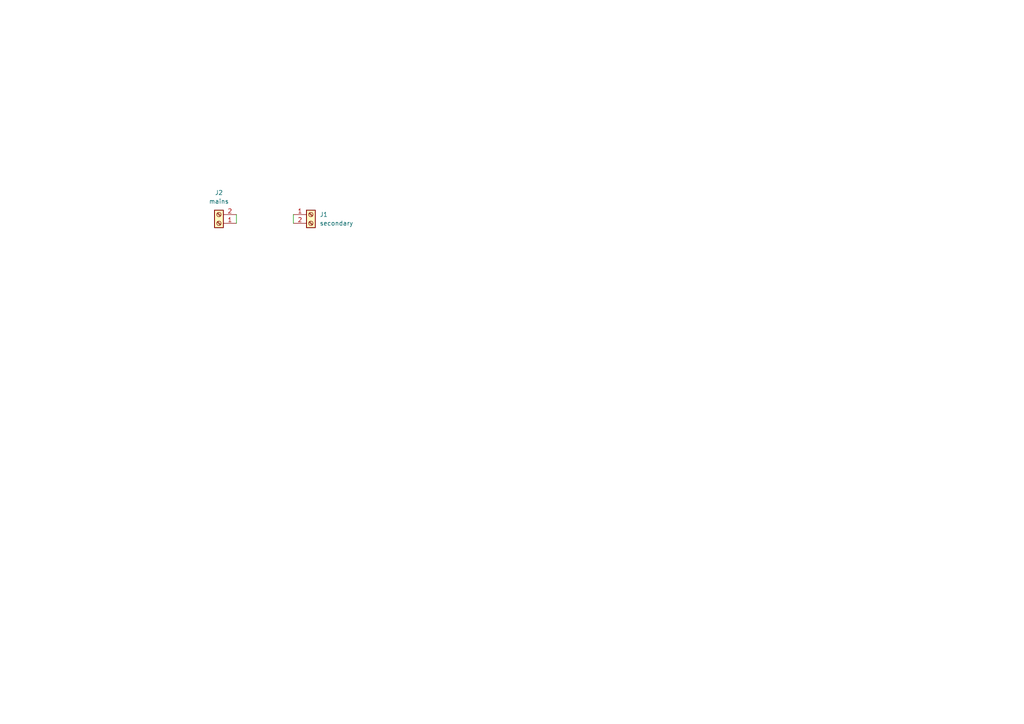
<source format=kicad_sch>
(kicad_sch (version 20211123) (generator eeschema)
  (paper "A4")
  (lib_symbols
    (symbol "Connector:Screw_Terminal_01x02" (pin_names (offset 1.016) hide)
      (property "Reference" "J" (at 0 2.54 0))
      (property "Value" "Screw_Terminal_01x02" (at 0 -5.08 0))
      (symbol "Screw_Terminal_01x02_1_1"
        (rectangle (start -1.27 1.27) (end 1.27 -3.81) (stroke (width 0.254)) (fill (type background)))
        (circle (center 0 -2.54) (radius 0.635) (stroke (width 0.1524)))
        (polyline (pts (xy -0.5334 -2.2098) (xy 0.3302 -3.048)) (stroke (width 0.1524)))
        (polyline (pts (xy -0.5334 0.3302) (xy 0.3302 -0.508)) (stroke (width 0.1524)))
        (polyline (pts (xy -0.3556 -2.032) (xy 0.508 -2.8702)) (stroke (width 0.1524)))
        (polyline (pts (xy -0.3556 0.508) (xy 0.508 -0.3302)) (stroke (width 0.1524)))
        (circle (center 0 0) (radius 0.635) (stroke (width 0.1524)))
        (pin passive line (at -5.08 0 0) (length 3.81) (name "Pin_1") (number "1"))
        (pin passive line (at -5.08 -2.54 0) (length 3.81) (name "Pin_2") (number "2"))
      )
    )
  )
  (wire (pts (xy 68.58 62.23) (xy 68.58 64.77)))
  (wire (pts (xy 85.09 62.23) (xy 85.09 64.77)))
  (symbol (lib_id "Connector:Screw_Terminal_01x02") (at 90.17 62.23 0) (unit 1)
    (property "Reference" "J1" (at 92.71 62.2299 0) (effects (justify left)))
    (property "Value" "secondary" (at 92.71 64.7699 0) (effects (justify left)))
    (property "Footprint" "TerminalBlock:TerminalBlock_Altech_AK300-2_P5.00mm" (effects hide))
  )
  (symbol (lib_id "Connector:Screw_Terminal_01x02") (at 63.5 64.77 180) (unit 1)
    (property "Reference" "J2" (at 63.5 55.88 0))
    (property "Value" "mains" (at 63.5 58.42 0))
    (property "Footprint" "TerminalBlock:TerminalBlock_Altech_AK300-2_P5.00mm" (effects hide))
  )
)
</source>
